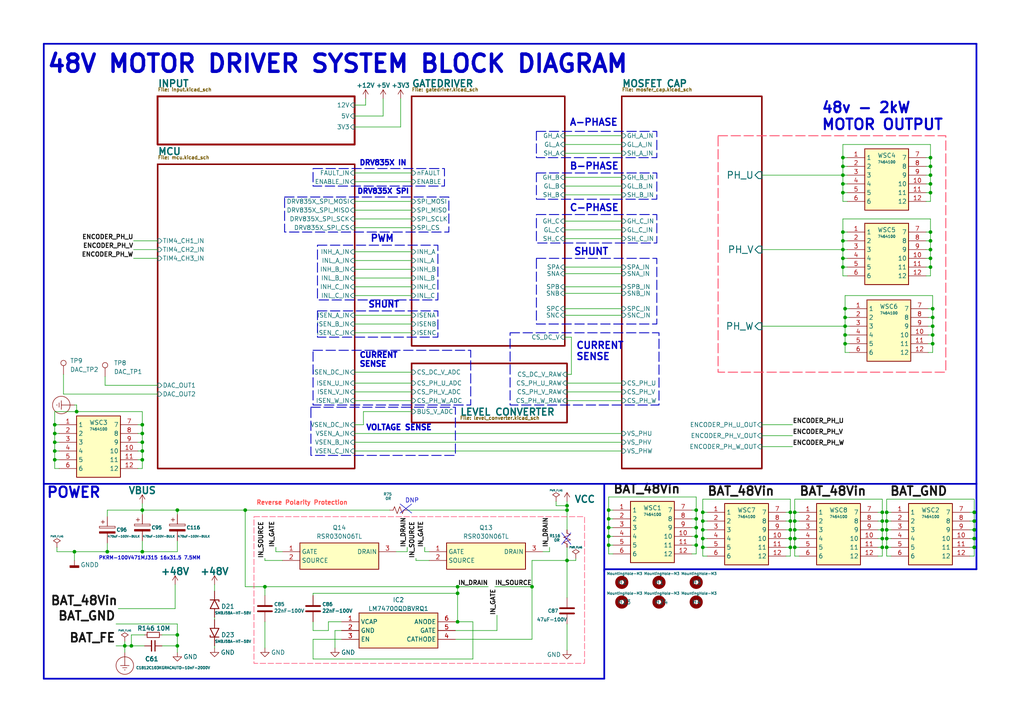
<source format=kicad_sch>
(kicad_sch (version 20230121) (generator eeschema)
  (paper "A4")
  (junction (at 244.475 74.93))
  (junction (at 257.175 153.67))
  (junction (at 269.875 45.72))
  (junction (at 31.115 160.02))
  (junction (at 230.505 158.75))
  (junction (at 229.235 158.75))
  (junction (at 15.875 133.35))
  (junction (at 21.59 160.02))
  (junction (at 41.275 128.27))
  (junction (at 255.905 148.59))
  (junction (at 282.575 156.21))
  (junction (at 203.835 153.67))
  (junction (at 41.275 123.19))
  (junction (at 38.1 187.325))
  (junction (at 255.905 158.75))
  (junction (at 132.715 172.085))
  (junction (at 51.435 147.955))
  (junction (at 230.505 148.59))
  (junction (at 269.875 50.8))
  (junction (at 255.905 151.13))
  (junction (at 257.175 148.59))
  (junction (at 71.12 147.955))
  (junction (at 269.875 72.39))
  (junction (at 164.465 146.685))
  (junction (at 229.235 148.59))
  (junction (at 176.53 147.955))
  (junction (at 15.875 125.73))
  (junction (at 229.235 153.67))
  (junction (at 51.435 187.325))
  (junction (at 257.175 151.13))
  (junction (at 132.715 180.34))
  (junction (at 269.875 74.93))
  (junction (at 154.305 170.18))
  (junction (at 230.505 153.67))
  (junction (at 132.715 170.18))
  (junction (at 164.465 162.56))
  (junction (at 270.51 97.155))
  (junction (at 270.51 89.535))
  (junction (at 269.875 48.26))
  (junction (at 201.93 147.955))
  (junction (at 244.475 50.8))
  (junction (at 76.835 170.18))
  (junction (at 244.475 69.85))
  (junction (at 255.905 156.21))
  (junction (at 282.575 151.13))
  (junction (at 230.505 156.21))
  (junction (at 257.175 156.21))
  (junction (at 245.11 92.075))
  (junction (at 41.275 147.955))
  (junction (at 15.875 130.81))
  (junction (at 51.435 184.15))
  (junction (at 22.225 119.38))
  (junction (at 41.275 125.73))
  (junction (at 244.475 53.34))
  (junction (at 15.875 128.27))
  (junction (at 255.905 153.67))
  (junction (at 244.475 48.26))
  (junction (at 176.53 153.035))
  (junction (at 41.275 160.02))
  (junction (at 245.11 99.695))
  (junction (at 176.53 158.115))
  (junction (at 245.11 97.155))
  (junction (at 269.875 77.47))
  (junction (at 269.875 55.88))
  (junction (at 41.275 130.81))
  (junction (at 270.51 99.695))
  (junction (at 201.93 150.495))
  (junction (at 269.875 67.31))
  (junction (at 282.575 148.59))
  (junction (at 244.475 55.88))
  (junction (at 176.53 150.495))
  (junction (at 244.475 77.47))
  (junction (at 230.505 151.13))
  (junction (at 201.93 155.575))
  (junction (at 245.11 94.615))
  (junction (at 245.11 89.535))
  (junction (at 176.53 155.575))
  (junction (at 203.835 156.21))
  (junction (at 282.575 153.67))
  (junction (at 203.835 148.59))
  (junction (at 229.235 156.21))
  (junction (at 244.475 72.39))
  (junction (at 41.275 133.35))
  (junction (at 269.875 53.34))
  (junction (at 244.475 67.31))
  (junction (at 270.51 94.615))
  (junction (at 201.93 153.035))
  (junction (at 270.51 92.075))
  (junction (at 257.175 158.75))
  (junction (at 244.475 45.72))
  (junction (at 164.465 147.955))
  (junction (at 203.835 151.13))
  (junction (at 15.875 123.19))
  (junction (at 201.93 158.115))
  (junction (at 203.835 158.75))
  (junction (at 229.235 151.13))
  (junction (at 269.875 69.85))
  (junction (at 282.575 158.75))
  (junction (at 36.195 187.325))
  (wire (pts (xy 244.475 55.88) (xy 245.745 55.88)))
  (wire (pts (xy 41.275 146.05) (xy 41.275 147.955)))
  (wire (pts (xy 269.875 48.26) (xy 269.875 50.8)))
  (wire (pts (xy 245.11 97.155) (xy 245.11 94.615)))
  (wire (pts (xy 71.12 147.955) (xy 113.03 147.955)))
  (wire (pts (xy 41.275 119.38) (xy 41.275 123.19)))
  (wire (pts (xy 41.275 130.81) (xy 41.275 133.35)))
  (wire (pts (xy 255.905 158.75) (xy 255.905 161.29)))
  (wire (pts (xy 258.445 161.29) (xy 257.175 161.29)))
  (wire (pts (xy 51.435 184.15) (xy 51.435 180.975)))
  (wire (pts (xy 254.635 148.59) (xy 255.905 148.59)))
  (wire (pts (xy 255.905 144.78) (xy 255.905 148.59)))
  (wire (pts (xy 163.83 89.535) (xy 180.34 89.535)))
  (wire (pts (xy 163.83 91.44) (xy 180.34 91.44)))
  (wire (pts (xy 227.965 158.75) (xy 229.235 158.75)))
  (wire (pts (xy 244.475 74.93) (xy 245.745 74.93)))
  (wire (pts (xy 255.905 156.21) (xy 255.905 158.75)))
  (wire (pts (xy 102.87 116.205) (xy 119.38 116.205)))
  (wire (pts (xy 80.01 160.02) (xy 81.915 160.02)))
  (wire (pts (xy 282.575 158.75) (xy 282.575 161.29)))
  (wire (pts (xy 50.8 169.545) (xy 50.8 176.53)))
  (wire (pts (xy 244.475 72.39) (xy 244.475 69.85)))
  (wire (pts (xy 102.87 83.185) (xy 119.38 83.185)))
  (wire (pts (xy 230.505 156.21) (xy 231.775 156.21)))
  (wire (pts (xy 164.465 180.975) (xy 164.465 188.595)))
  (wire (pts (xy 203.835 158.75) (xy 205.105 158.75)))
  (wire (pts (xy 102.87 73.025) (xy 119.38 73.025)))
  (wire (pts (xy 245.11 99.695) (xy 246.38 99.695)))
  (polyline (pts (xy 283.21 165.1) (xy 283.21 12.7)) (stroke (width 0.5)))
  (wire (pts (xy 245.745 58.42) (xy 244.475 58.42)))
  (wire (pts (xy 161.29 146.685) (xy 164.465 146.685)))
  (wire (pts (xy 21.59 117.475) (xy 22.225 117.475)))
  (wire (pts (xy 102.87 113.665) (xy 119.38 113.665)))
  (wire (pts (xy 245.11 89.535) (xy 245.11 85.725)))
  (wire (pts (xy 227.965 156.21) (xy 229.235 156.21)))
  (polyline (pts (xy 12.7 12.7) (xy 12.7 196.85)) (stroke (width 0.5)))
  (wire (pts (xy 230.505 148.59) (xy 230.505 144.78)))
  (wire (pts (xy 161.29 145.415) (xy 161.29 146.685)))
  (wire (pts (xy 269.24 97.155) (xy 270.51 97.155)))
  (wire (pts (xy 163.83 85.09) (xy 180.34 85.09)))
  (polyline (pts (xy 12.7 12.7) (xy 283.21 12.7)) (stroke (width 0.5)))
  (wire (pts (xy 257.175 158.75) (xy 258.445 158.75)))
  (wire (pts (xy 41.275 128.27) (xy 41.275 130.81)))
  (wire (pts (xy 176.53 155.575) (xy 177.8 155.575)))
  (wire (pts (xy 80.01 158.75) (xy 80.01 160.02)))
  (wire (pts (xy 176.53 147.955) (xy 177.8 147.955)))
  (wire (pts (xy 227.965 151.13) (xy 229.235 151.13)))
  (wire (pts (xy 245.11 97.155) (xy 246.38 97.155)))
  (wire (pts (xy 118.11 147.955) (xy 164.465 147.955)))
  (wire (pts (xy 269.875 77.47) (xy 269.875 80.01)))
  (wire (pts (xy 51.435 160.02) (xy 41.275 160.02)))
  (wire (pts (xy 164.465 145.415) (xy 164.465 146.685)))
  (wire (pts (xy 203.835 144.78) (xy 229.235 144.78)))
  (wire (pts (xy 163.83 83.185) (xy 180.34 83.185)))
  (polyline (pts (xy 175.26 140.335) (xy 283.21 140.335)) (stroke (width 0.5)))
  (wire (pts (xy 176.53 153.035) (xy 176.53 150.495)))
  (wire (pts (xy 245.745 80.01) (xy 244.475 80.01)))
  (wire (pts (xy 282.575 148.59) (xy 282.575 151.13)))
  (wire (pts (xy 46.99 187.325) (xy 51.435 187.325)))
  (wire (pts (xy 38.735 74.93) (xy 45.72 74.93)))
  (wire (pts (xy 102.87 111.125) (xy 119.38 111.125)))
  (wire (pts (xy 244.475 48.26) (xy 244.475 45.72)))
  (wire (pts (xy 282.575 151.13) (xy 282.575 153.67)))
  (wire (pts (xy 163.83 66.675) (xy 180.34 66.675)))
  (wire (pts (xy 163.83 44.45) (xy 180.34 44.45)))
  (wire (pts (xy 268.605 72.39) (xy 269.875 72.39)))
  (wire (pts (xy 132.08 185.42) (xy 154.305 185.42)))
  (wire (pts (xy 15.875 123.19) (xy 17.145 123.19)))
  (wire (pts (xy 270.51 89.535) (xy 270.51 92.075)))
  (wire (pts (xy 282.575 153.67) (xy 282.575 156.21)))
  (wire (pts (xy 203.835 148.59) (xy 203.835 144.78)))
  (wire (pts (xy 227.965 153.67) (xy 229.235 153.67)))
  (polyline (pts (xy 283.21 165.1) (xy 175.26 165.1)) (stroke (width 0.5)))
  (wire (pts (xy 154.305 162.56) (xy 164.465 162.56)))
  (wire (pts (xy 40.005 123.19) (xy 41.275 123.19)))
  (wire (pts (xy 164.465 111.125) (xy 180.34 111.125)))
  (wire (pts (xy 201.93 153.035) (xy 201.93 155.575)))
  (wire (pts (xy 41.275 135.89) (xy 40.005 135.89)))
  (wire (pts (xy 176.53 158.115) (xy 176.53 155.575)))
  (wire (pts (xy 268.605 45.72) (xy 269.875 45.72)))
  (wire (pts (xy 102.87 130.81) (xy 180.34 130.81)))
  (wire (pts (xy 229.235 161.29) (xy 227.965 161.29)))
  (wire (pts (xy 281.305 153.67) (xy 282.575 153.67)))
  (wire (pts (xy 15.875 128.27) (xy 15.875 125.73)))
  (wire (pts (xy 62.23 187.325) (xy 62.23 187.96)))
  (wire (pts (xy 31.115 160.02) (xy 41.275 160.02)))
  (wire (pts (xy 76.835 170.18) (xy 132.715 170.18)))
  (wire (pts (xy 220.98 129.54) (xy 229.87 129.54)))
  (wire (pts (xy 15.875 135.89) (xy 17.145 135.89)))
  (wire (pts (xy 95.25 182.88) (xy 95.25 180.34)))
  (wire (pts (xy 40.005 130.81) (xy 41.275 130.81)))
  (wire (pts (xy 269.875 55.88) (xy 269.875 58.42)))
  (wire (pts (xy 257.175 153.67) (xy 257.175 151.13)))
  (wire (pts (xy 268.605 67.31) (xy 269.875 67.31)))
  (wire (pts (xy 220.98 126.365) (xy 229.87 126.365)))
  (wire (pts (xy 40.005 128.27) (xy 41.275 128.27)))
  (wire (pts (xy 244.475 48.26) (xy 245.745 48.26)))
  (wire (pts (xy 30.48 111.76) (xy 45.72 111.76)))
  (wire (pts (xy 163.83 97.79) (xy 165.735 97.79)))
  (wire (pts (xy 201.93 147.955) (xy 201.93 150.495)))
  (wire (pts (xy 257.175 144.78) (xy 282.575 144.78)))
  (wire (pts (xy 15.875 135.89) (xy 15.875 133.35)))
  (wire (pts (xy 203.835 151.13) (xy 205.105 151.13)))
  (wire (pts (xy 154.305 162.56) (xy 154.305 170.18)))
  (wire (pts (xy 15.875 130.81) (xy 15.875 128.27)))
  (wire (pts (xy 282.575 156.21) (xy 282.575 158.75)))
  (wire (pts (xy 245.11 92.075) (xy 246.38 92.075)))
  (wire (pts (xy 105.41 123.19) (xy 105.41 119.38)))
  (wire (pts (xy 176.53 160.655) (xy 176.53 158.115)))
  (wire (pts (xy 176.53 150.495) (xy 177.8 150.495)))
  (wire (pts (xy 230.505 153.67) (xy 230.505 151.13)))
  (wire (pts (xy 268.605 77.47) (xy 269.875 77.47)))
  (wire (pts (xy 269.875 58.42) (xy 268.605 58.42)))
  (wire (pts (xy 203.835 148.59) (xy 205.105 148.59)))
  (wire (pts (xy 244.475 80.01) (xy 244.475 77.47)))
  (wire (pts (xy 220.98 72.39) (xy 244.475 72.39)))
  (wire (pts (xy 22.225 119.38) (xy 41.275 119.38)))
  (wire (pts (xy 230.505 148.59) (xy 231.775 148.59)))
  (wire (pts (xy 31.115 157.48) (xy 31.115 160.02)))
  (wire (pts (xy 38.1 184.15) (xy 38.1 187.325)))
  (wire (pts (xy 163.83 69.215) (xy 180.34 69.215)))
  (wire (pts (xy 165.735 108.585) (xy 164.465 108.585)))
  (wire (pts (xy 203.835 153.67) (xy 203.835 151.13)))
  (wire (pts (xy 102.87 58.42) (xy 119.38 58.42)))
  (wire (pts (xy 245.11 99.695) (xy 245.11 97.155)))
  (wire (pts (xy 231.775 161.29) (xy 230.505 161.29)))
  (wire (pts (xy 244.475 67.31) (xy 244.475 63.5)))
  (wire (pts (xy 269.875 80.01) (xy 268.605 80.01)))
  (polyline (pts (xy 175.26 140.335) (xy 12.7 140.335)) (stroke (width 0.5)))
  (wire (pts (xy 270.51 85.725) (xy 270.51 89.535)))
  (wire (pts (xy 41.275 156.845) (xy 41.275 160.02)))
  (wire (pts (xy 120.65 162.56) (xy 124.46 162.56)))
  (wire (pts (xy 15.875 119.38) (xy 22.225 119.38)))
  (wire (pts (xy 163.83 64.135) (xy 180.34 64.135)))
  (wire (pts (xy 102.87 33.655) (xy 111.125 33.655)))
  (wire (pts (xy 244.475 41.91) (xy 269.875 41.91)))
  (wire (pts (xy 244.475 63.5) (xy 269.875 63.5)))
  (wire (pts (xy 245.11 94.615) (xy 245.11 92.075)))
  (wire (pts (xy 21.59 160.02) (xy 21.59 162.56)))
  (wire (pts (xy 200.66 153.035) (xy 201.93 153.035)))
  (wire (pts (xy 36.195 187.325) (xy 38.1 187.325)))
  (wire (pts (xy 45.72 114.3) (xy 18.415 114.3)))
  (wire (pts (xy 255.905 161.29) (xy 254.635 161.29)))
  (wire (pts (xy 255.905 148.59) (xy 255.905 151.13)))
  (wire (pts (xy 220.98 123.19) (xy 229.87 123.19)))
  (wire (pts (xy 230.505 158.75) (xy 231.775 158.75)))
  (wire (pts (xy 244.475 53.34) (xy 244.475 50.8)))
  (wire (pts (xy 62.23 169.545) (xy 62.23 171.45)))
  (polyline (pts (xy 12.7 140.335) (xy 12.7 162.56)))
  (wire (pts (xy 163.83 53.975) (xy 180.34 53.975)))
  (wire (pts (xy 176.53 150.495) (xy 176.53 147.955)))
  (wire (pts (xy 282.575 144.78) (xy 282.575 148.59)))
  (wire (pts (xy 90.805 185.42) (xy 90.805 191.135)))
  (wire (pts (xy 106.045 30.48) (xy 106.045 28.575)))
  (wire (pts (xy 177.8 160.655) (xy 176.53 160.655)))
  (wire (pts (xy 163.83 56.515) (xy 180.34 56.515)))
  (wire (pts (xy 99.06 185.42) (xy 90.805 185.42)))
  (wire (pts (xy 123.19 160.02) (xy 124.46 160.02)))
  (wire (pts (xy 22.225 117.475) (xy 22.225 119.38)))
  (wire (pts (xy 159.385 158.75) (xy 159.385 160.02)))
  (wire (pts (xy 76.835 161.925) (xy 76.835 162.56)))
  (wire (pts (xy 268.605 50.8) (xy 269.875 50.8)))
  (wire (pts (xy 270.51 92.075) (xy 270.51 94.615)))
  (wire (pts (xy 164.465 146.685) (xy 164.465 147.955)))
  (wire (pts (xy 36.195 186.055) (xy 36.195 187.325)))
  (wire (pts (xy 164.465 158.75) (xy 164.465 162.56)))
  (wire (pts (xy 164.465 162.56) (xy 164.465 173.355)))
  (wire (pts (xy 244.475 69.85) (xy 245.745 69.85)))
  (wire (pts (xy 200.66 155.575) (xy 201.93 155.575)))
  (wire (pts (xy 201.93 158.115) (xy 201.93 160.655)))
  (wire (pts (xy 118.11 160.02) (xy 114.935 160.02)))
  (wire (pts (xy 51.435 187.325) (xy 51.435 184.15)))
  (wire (pts (xy 244.475 58.42) (xy 244.475 55.88)))
  (wire (pts (xy 203.835 151.13) (xy 203.835 148.59)))
  (wire (pts (xy 76.835 170.18) (xy 76.835 172.72)))
  (wire (pts (xy 40.005 133.35) (xy 41.275 133.35)))
  (wire (pts (xy 102.87 66.04) (xy 119.38 66.04)))
  (wire (pts (xy 281.305 148.59) (xy 282.575 148.59)))
  (wire (pts (xy 15.875 123.19) (xy 15.875 119.38)))
  (wire (pts (xy 244.475 74.93) (xy 244.475 72.39)))
  (wire (pts (xy 15.875 133.35) (xy 15.875 130.81)))
  (wire (pts (xy 33.655 187.325) (xy 36.195 187.325)))
  (wire (pts (xy 102.87 36.83) (xy 116.205 36.83)))
  (wire (pts (xy 230.505 151.13) (xy 230.505 148.59)))
  (wire (pts (xy 164.465 147.955) (xy 164.465 153.67)))
  (wire (pts (xy 270.51 102.235) (xy 269.24 102.235)))
  (wire (pts (xy 244.475 45.72) (xy 244.475 41.91)))
  (wire (pts (xy 102.87 128.27) (xy 180.34 128.27)))
  (wire (pts (xy 245.11 85.725) (xy 270.51 85.725)))
  (wire (pts (xy 46.99 184.15) (xy 51.435 184.15)))
  (wire (pts (xy 163.83 77.47) (xy 180.34 77.47)))
  (wire (pts (xy 102.87 30.48) (xy 106.045 30.48)))
  (wire (pts (xy 205.105 161.29) (xy 203.835 161.29)))
  (wire (pts (xy 270.51 94.615) (xy 270.51 97.155)))
  (wire (pts (xy 244.475 45.72) (xy 245.745 45.72)))
  (wire (pts (xy 269.875 72.39) (xy 269.875 74.93)))
  (wire (pts (xy 203.835 158.75) (xy 203.835 156.21)))
  (wire (pts (xy 41.275 147.955) (xy 41.275 149.225)))
  (wire (pts (xy 76.835 170.18) (xy 71.12 170.18)))
  (wire (pts (xy 176.53 155.575) (xy 176.53 153.035)))
  (wire (pts (xy 102.87 85.725) (xy 119.38 85.725)))
  (wire (pts (xy 200.66 158.115) (xy 201.93 158.115)))
  (wire (pts (xy 269.24 99.695) (xy 270.51 99.695)))
  (wire (pts (xy 269.875 74.93) (xy 269.875 77.47)))
  (wire (pts (xy 281.305 158.75) (xy 282.575 158.75)))
  (wire (pts (xy 230.505 151.13) (xy 231.775 151.13)))
  (wire (pts (xy 268.605 48.26) (xy 269.875 48.26)))
  (wire (pts (xy 15.875 125.73) (xy 17.145 125.73)))
  (wire (pts (xy 244.475 55.88) (xy 244.475 53.34)))
  (wire (pts (xy 159.385 160.02) (xy 157.48 160.02)))
  (wire (pts (xy 163.83 79.375) (xy 180.34 79.375)))
  (wire (pts (xy 269.875 50.8) (xy 269.875 53.34)))
  (wire (pts (xy 257.175 151.13) (xy 257.175 148.59)))
  (wire (pts (xy 176.53 158.115) (xy 177.8 158.115)))
  (wire (pts (xy 76.835 180.34) (xy 76.835 187.96)))
  (wire (pts (xy 167.005 161.925) (xy 167.005 162.56)))
  (wire (pts (xy 132.715 172.085) (xy 132.715 180.34)))
  (wire (pts (xy 268.605 69.85) (xy 269.875 69.85)))
  (wire (pts (xy 41.275 147.955) (xy 51.435 147.955)))
  (wire (pts (xy 95.25 180.34) (xy 99.06 180.34)))
  (wire (pts (xy 120.65 161.925) (xy 120.65 162.56)))
  (wire (pts (xy 38.735 72.39) (xy 45.72 72.39)))
  (wire (pts (xy 144.145 182.88) (xy 132.08 182.88)))
  (wire (pts (xy 102.87 91.44) (xy 119.38 91.44)))
  (wire (pts (xy 41.91 184.15) (xy 38.1 184.15)))
  (wire (pts (xy 132.715 172.085) (xy 90.805 172.085)))
  (polyline (pts (xy 175.26 196.85) (xy 175.26 140.335)) (stroke (width 0.5)))
  (wire (pts (xy 105.41 119.38) (xy 119.38 119.38)))
  (wire (pts (xy 40.005 125.73) (xy 41.275 125.73)))
  (wire (pts (xy 15.875 128.27) (xy 17.145 128.27)))
  (wire (pts (xy 154.305 170.18) (xy 154.305 185.42)))
  (wire (pts (xy 269.875 53.34) (xy 269.875 55.88)))
  (wire (pts (xy 229.235 144.78) (xy 229.235 148.59)))
  (wire (pts (xy 111.125 33.655) (xy 111.125 28.575)))
  (wire (pts (xy 254.635 158.75) (xy 255.905 158.75)))
  (wire (pts (xy 97.155 182.88) (xy 99.06 182.88)))
  (wire (pts (xy 203.835 156.21) (xy 203.835 153.67)))
  (wire (pts (xy 220.98 50.8) (xy 244.475 50.8)))
  (wire (pts (xy 270.51 97.155) (xy 270.51 99.695)))
  (wire (pts (xy 51.435 147.955) (xy 71.12 147.955)))
  (wire (pts (xy 15.875 130.81) (xy 17.145 130.81)))
  (wire (pts (xy 164.465 116.205) (xy 180.34 116.205)))
  (wire (pts (xy 201.93 150.495) (xy 201.93 153.035)))
  (wire (pts (xy 163.83 41.91) (xy 180.34 41.91)))
  (wire (pts (xy 227.965 148.59) (xy 229.235 148.59)))
  (wire (pts (xy 38.735 69.85) (xy 45.72 69.85)))
  (wire (pts (xy 244.475 50.8) (xy 244.475 48.26)))
  (wire (pts (xy 118.11 158.75) (xy 118.11 160.02)))
  (wire (pts (xy 282.575 161.29) (xy 281.305 161.29)))
  (wire (pts (xy 90.805 191.135) (xy 137.16 191.135)))
  (wire (pts (xy 31.115 147.955) (xy 41.275 147.955)))
  (wire (pts (xy 41.275 125.73) (xy 41.275 128.27)))
  (wire (pts (xy 36.195 189.23) (xy 36.195 187.325)))
  (wire (pts (xy 132.715 180.34) (xy 137.16 180.34)))
  (wire (pts (xy 229.235 151.13) (xy 229.235 153.67)))
  (wire (pts (xy 269.875 45.72) (xy 269.875 48.26)))
  (wire (pts (xy 21.59 160.02) (xy 31.115 160.02)))
  (wire (pts (xy 41.275 123.19) (xy 41.275 125.73)))
  (wire (pts (xy 257.175 148.59) (xy 258.445 148.59)))
  (wire (pts (xy 16.51 160.02) (xy 21.59 160.02)))
  (wire (pts (xy 90.805 182.88) (xy 95.25 182.88)))
  (wire (pts (xy 176.53 153.035) (xy 177.8 153.035)))
  (wire (pts (xy 51.435 156.845) (xy 51.435 160.02)))
  (wire (pts (xy 229.235 158.75) (xy 229.235 161.29)))
  (wire (pts (xy 102.87 60.96) (xy 119.38 60.96)))
  (wire (pts (xy 268.605 74.93) (xy 269.875 74.93)))
  (wire (pts (xy 255.905 151.13) (xy 255.905 153.67)))
  (wire (pts (xy 102.87 80.645) (xy 119.38 80.645)))
  (wire (pts (xy 269.24 92.075) (xy 270.51 92.075)))
  (wire (pts (xy 102.87 50.165) (xy 119.38 50.165)))
  (wire (pts (xy 201.93 144.145) (xy 201.93 147.955)))
  (wire (pts (xy 102.87 123.19) (xy 105.41 123.19)))
  (wire (pts (xy 102.87 63.5) (xy 119.38 63.5)))
  (wire (pts (xy 51.435 189.23) (xy 51.435 187.325)))
  (wire (pts (xy 257.175 161.29) (xy 257.175 158.75)))
  (wire (pts (xy 244.475 53.34) (xy 245.745 53.34)))
  (wire (pts (xy 200.66 150.495) (xy 201.93 150.495)))
  (wire (pts (xy 76.835 162.56) (xy 81.915 162.56)))
  (wire (pts (xy 144.145 178.435) (xy 144.145 182.88)))
  (wire (pts (xy 230.505 144.78) (xy 255.905 144.78)))
  (wire (pts (xy 102.87 52.705) (xy 119.38 52.705)))
  (wire (pts (xy 15.875 133.35) (xy 17.145 133.35)))
  (wire (pts (xy 201.93 160.655) (xy 200.66 160.655)))
  (wire (pts (xy 102.87 96.52) (xy 119.38 96.52)))
  (wire (pts (xy 269.875 69.85) (xy 269.875 72.39)))
  (wire (pts (xy 244.475 72.39) (xy 245.745 72.39)))
  (wire (pts (xy 33.655 180.975) (xy 51.435 180.975)))
  (wire (pts (xy 71.12 147.955) (xy 71.12 170.18)))
  (wire (pts (xy 257.175 151.13) (xy 258.445 151.13)))
  (wire (pts (xy 244.475 69.85) (xy 244.475 67.31)))
  (wire (pts (xy 41.275 133.35) (xy 41.275 135.89)))
  (wire (pts (xy 229.235 156.21) (xy 229.235 158.75)))
  (wire (pts (xy 245.11 94.615) (xy 246.38 94.615)))
  (polyline (pts (xy 12.7 196.85) (xy 175.26 196.85)) (stroke (width 0.5)))
  (wire (pts (xy 269.24 94.615) (xy 270.51 94.615)))
  (wire (pts (xy 31.115 147.955) (xy 31.115 149.86)))
  (wire (pts (xy 51.435 147.955) (xy 51.435 149.225)))
  (wire (pts (xy 102.87 107.95) (xy 119.38 107.95)))
  (wire (pts (xy 230.505 161.29) (xy 230.505 158.75)))
  (wire (pts (xy 257.175 156.21) (xy 257.175 153.67)))
  (wire (pts (xy 97.155 187.96) (xy 97.155 182.88)))
  (polyline (pts (xy 175.26 165.1) (xy 175.26 165.735)) (stroke (width 0.5)))
  (wire (pts (xy 30.48 109.22) (xy 30.48 111.76)))
  (wire (pts (xy 257.175 153.67) (xy 258.445 153.67)))
  (wire (pts (xy 102.87 93.98) (xy 119.38 93.98)))
  (wire (pts (xy 132.715 170.18) (xy 141.605 170.18)))
  (wire (pts (xy 281.305 156.21) (xy 282.575 156.21)))
  (wire (pts (xy 254.635 156.21) (xy 255.905 156.21)))
  (wire (pts (xy 269.875 63.5) (xy 269.875 67.31)))
  (wire (pts (xy 257.175 158.75) (xy 257.175 156.21)))
  (wire (pts (xy 167.005 162.56) (xy 164.465 162.56)))
  (wire (pts (xy 245.11 92.075) (xy 245.11 89.535)))
  (wire (pts (xy 254.635 151.13) (xy 255.905 151.13)))
  (wire (pts (xy 38.1 187.325) (xy 41.91 187.325)))
  (wire (pts (xy 15.875 125.73) (xy 15.875 123.19)))
  (wire (pts (xy 102.87 78.105) (xy 119.38 78.105)))
  (wire (pts (xy 281.305 151.13) (xy 282.575 151.13)))
  (wire (pts (xy 203.835 156.21) (xy 205.105 156.21)))
  (wire (pts (xy 269.875 67.31) (xy 269.875 69.85)))
  (wire (pts (xy 268.605 53.34) (xy 269.875 53.34)))
  (wire (pts (xy 123.19 158.75) (xy 123.19 160.02)))
  (wire (pts (xy 62.23 179.07) (xy 62.23 179.705)))
  (wire (pts (xy 229.235 148.59) (xy 229.235 151.13)))
  (wire (pts (xy 102.87 125.73) (xy 180.34 125.73)))
  (wire (pts (xy 137.16 180.34) (xy 137.16 191.135)))
  (wire (pts (xy 229.235 153.67) (xy 229.235 156.21)))
  (wire (pts (xy 163.83 39.37) (xy 180.34 39.37)))
  (wire (pts (xy 16.51 158.75) (xy 16.51 160.02)))
  (wire (pts (xy 230.505 153.67) (xy 231.775 153.67)))
  (wire (pts (xy 102.87 75.565) (xy 119.38 75.565)))
  (wire (pts (xy 269.875 41.91) (xy 269.875 45.72)))
  (wire (pts (xy 230.505 158.75) (xy 230.505 156.21)))
  (wire (pts (xy 244.475 67.31) (xy 245.745 67.31)))
  (wire (pts (xy 245.11 102.235) (xy 245.11 99.695)))
  (wire (pts (xy 246.38 102.235) (xy 245.11 102.235)))
  (wire (pts (xy 257.175 148.59) (xy 257.175 144.78)))
  (wire (pts (xy 244.475 50.8) (xy 245.745 50.8)))
  (wire (pts (xy 244.475 77.47) (xy 245.745 77.47)))
  (wire (pts (xy 203.835 153.67) (xy 205.105 153.67)))
  (wire (pts (xy 90.805 180.34) (xy 90.805 182.88)))
  (wire (pts (xy 268.605 55.88) (xy 269.875 55.88)))
  (wire (pts (xy 254.635 153.67) (xy 255.905 153.67)))
  (wire (pts (xy 164.465 113.665) (xy 180.34 113.665)))
  (wire (pts (xy 132.715 170.18) (xy 132.715 172.085)))
  (wire (pts (xy 176.53 147.955) (xy 176.53 144.145)))
  (wire (pts (xy 143.51 170.18) (xy 154.305 170.18)))
  (wire (pts (xy 176.53 144.145) (xy 201.93 144.145)))
  (wire (pts (xy 163.83 51.435) (xy 180.34 51.435)))
  (wire (pts (xy 245.11 89.535) (xy 246.38 89.535)))
  (wire (pts (xy 255.905 153.67) (xy 255.905 156.21)))
  (wire (pts (xy 90.805 172.085) (xy 90.805 172.72)))
  (wire (pts (xy 257.175 156.21) (xy 258.445 156.21)))
  (wire (pts (xy 203.835 161.29) (xy 203.835 158.75)))
  (wire (pts (xy 220.98 94.615) (xy 245.11 94.615)))
  (wire (pts (xy 244.475 77.47) (xy 244.475 74.93)))
  (wire (pts (xy 269.24 89.535) (xy 270.51 89.535)))
  (wire (pts (xy 200.66 147.955) (xy 201.93 147.955)))
  (wire (pts (xy 270.51 99.695) (xy 270.51 102.235)))
  (wire (pts (xy 165.735 97.79) (xy 165.735 108.585)))
  (wire (pts (xy 116.205 36.83) (xy 116.205 28.575)))
  (wire (pts (xy 230.505 156.21) (xy 230.505 153.67)))
  (wire (pts (xy 18.415 114.3) (xy 18.415 108.585)))
  (wire (pts (xy 132.08 180.34) (xy 132.715 180.34)))
  (wire (pts (xy 201.93 155.575) (xy 201.93 158.115)))
  (wire (pts (xy 34.29 176.53) (xy 50.8 176.53)))
  (rectangle (start 90.805 48.895) (end 128.905 53.975) (stroke (width 0.25) (type dash)))
  (rectangle (start 155.575 38.1) (end 190.5 45.72) (stroke (width 0.25) (type dash)))
  (rectangle (start 155.575 50.165) (end 190.5 57.785) (stroke (width 0.25) (type dash)))
  (rectangle (start 90.805 101.6) (end 136.525 117.475) (stroke (width 0.25) (type dash)))
  (rectangle (start 73.66 149.86) (end 169.545 192.405) (stroke (width 0) (type dash) (color 255 49 93 1)))
  (rectangle (start 92.075 90.17) (end 127 97.79) (stroke (width 0.25) (type dash)))
  (rectangle (start 90.17 118.11) (end 132.08 132.08) (stroke (width 0.25) (type dash)))
  (rectangle (start 147.955 96.52) (end 191.135 117.475) (stroke (width 0.25) (type dash)))
  (rectangle (start 82.55 57.15) (end 130.175 67.31) (stroke (width 0.25) (type dash)))
  (rectangle (start 92.075 71.12) (end 127 86.995) (stroke (width 0.25) (type dash)))
  (rectangle (start 155.575 74.93) (end 190.5 93.98) (stroke (width 0.25) (type dash)))
  (rectangle (start 155.575 62.23) (end 190.5 70.485) (stroke (width 0.25) (type dash)))
  (rectangle (start 208.28 39.37) (end 274.32 107.95) (stroke (width 0.25) (type dash) (color 255 67 98 1)))
  (text "SHUNT" (at 166.37 74.295 0) (effects (font (size 2 2) (thickness 0.4) bold) (justify left bottom)))
  (text "CURRENT \nSENSE" (at 104.14 106.68 0) (effects (font (size 1.6 1.6) (thickness 0.4) bold) (justify left bottom)))
  (text "B-PHASE\n" (at 165.1 49.53 0) (effects (font (size 2 2) (thickness 0.4) bold) (justify left bottom)))
  (text "DRV835X IN\n" (at 104.14 48.26 0) (effects (font (size 1.5 1.5) (thickness 0.4) bold) (justify left bottom)))
  (text "A-PHASE\n" (at 165.1 36.83 0) (effects (font (size 2 2) (thickness 0.4) bold) (justify left bottom)))
  (text "SHUNT" (at 106.68 89.535 0) (effects (font (size 1.8 1.8) (thickness 0.4) bold) (justify left bottom)))
  (text "Reverse Polarity Protection" (at 74.295 146.685 0) (effects (font (size 1.27 1.27) bold) (justify left bottom)))
  (text "PKRM-100V471MJ315 16x31.5 7.5MM" (at 28.575 162.56 0) (effects (font (size 1.016 1.016) bold) (justify left bottom)))
  (text "PWM\n" (at 107.315 70.485 0) (effects (font (size 2 2) (thickness 0.4) bold) (justify left bottom)))
  (text "DRV835X SPI\n" (at 103.505 56.515 0) (effects (font (size 1.5 1.5) (thickness 0.4) bold) (justify left bottom)))
  (text "VOLTAGE SENSE" (at 106.045 125.095 0) (effects (font (size 1.6 1.6) (thickness 0.4) bold) (justify left bottom)))
  (text "48v - 2kW\nMOTOR OUTPUT" (at 238.125 38.1 0) (effects (font (size 3.048 3.048) bold) (justify left bottom)))
  (text "x" (at 120.015 149.86 90) (effects (font (size 5 5)) (justify left bottom)))
  (text "POWER" (at 13.335 144.78 0) (effects (font (size 3 3) bold) (justify left bottom)))
  (text "C-PHASE\n" (at 165.1 61.595 0) (effects (font (size 2 2) (thickness 0.4) bold) (justify left bottom)))
  (text "CURRENT\nSENSE" (at 167.005 104.775 0) (effects (font (size 2 2) (thickness 0.4) bold) (justify left bottom)))
  (text "48V MOTOR DRIVER SYSTEM BLOCK DIAGRAM" (at 13.335 21.59 0) (effects (font (size 5 5) bold) (justify left bottom)))
  (text "x" (at 166.37 158.75 0) (effects (font (size 5 5)) (justify right bottom)))
  (text "DNP\n" (at 117.475 146.05 0) (effects (font (size 1.27 1.27)) (justify left bottom)))
  (label "ENCODER_PH_U" (at 229.87 123.19 0) (effects (font bold)))
  (label "ENCODER_PH_V" (at 38.735 72.39 180) (effects (font bold)))
  (label "IN_GATE" (at 123.19 158.75 90) (effects (font bold)))
  (label "IN_SOURCE" (at 143.51 170.18 0) (effects (font bold)))
  (label "IN_DRAIN" (at 118.11 158.75 90) (effects (font bold)))
  (label "BAT_48Vin" (at 251.46 144.78 180) (effects (font (size 2.54 2.54) bold)))
  (label "ENCODER_PH_V" (at 229.87 126.365 0) (effects (font bold)))
  (label "IN_SOURCE" (at 120.65 161.925 90) (effects (font bold)))
  (label "BAT_48Vin" (at 197.485 144.145 180) (effects (font (size 2.54 2.54) bold)))
  (label "BAT_48Vin" (at 224.79 144.78 180) (effects (font (size 2.54 2.54) bold)))
  (label "IN_GATE" (at 80.01 158.75 90) (effects (font bold)))
  (label "IN_SOURCE" (at 76.835 161.925 90) (effects (font bold)))
  (label "ENCODER_PH_U" (at 38.735 69.85 180) (effects (font bold)))
  (label "BAT_GND" (at 33.655 180.975 180) (effects (font (size 2.54 2.54) bold)))
  (label "BAT_FE" (at 33.655 187.325 180) (effects (font (size 2.54 2.54) bold)))
  (label "BAT_48Vin" (at 34.29 176.53 180) (effects (font (size 2.54 2.54) bold)))
  (label "IN_DRAIN" (at 141.605 170.18 180) (effects (font bold)))
  (label "IN_GATE" (at 144.145 178.435 90) (effects (font bold)))
  (label "ENCODER_PH_W" (at 229.87 129.54 0) (effects (font bold)))
  (label "BAT_GND" (at 274.955 144.78 180) (effects (font (size 2.54 2.54) bold)))
  (label "ENCODER_PH_W" (at 38.735 74.93 180) (effects (font bold)))
  (label "IN_DRAIN" (at 159.385 158.75 90) (effects (font bold)))
  (symbol (lib_id "7464100:7464100") (at 205.105 148.59 0) (unit 1)
    (property "Reference" "WSC7" (at 216.535 147.955 0))
    (property "Value" "7464100" (at 216.535 149.86 0) (effects (font (size 0.762 0.762) bold)))
    (property "Footprint" "7464100:7464100" (effects hide))
    (property "Datasheet" "https://www.mouser.com/datasheet/2/445/7464100-1770897.pdf" (effects hide))
    (property "Height" "18.1" (effects hide))
    (property "Manufacturer_Name" "Wurth Elektronik" (effects hide))
    (property "Manufacturer_Part_Number" "7464100" (effects hide))
    (property "Mouser Part Number" "710-7464100" (effects hide))
    (property "Mouser Price/Stock" "https://www.mouser.co.uk/ProductDetail/Wurth-Elektronik/7464100?qs=vHuUswq2%252BszjGOqwiN7d3A%3D%3D" (effects hide))
  )
  (symbol (lib_id "RSR030N06TL:RSR030N06TL") (at 81.915 160.02 0) (unit 1)
    (property "Reference" "Q14" (at 98.425 153.035 0))
    (property "Value" "RSR030N06TL" (at 98.425 155.575 0))
    (property "Footprint" "RSR030N06TL:SOT95P280X100-3N" (effects hide))
    (property "Datasheet" "https://componentsearchengine.com/Datasheets/2/RSR030N06TL.pdf" (effects hide))
    (property "Height" "1" (effects hide))
    (property "Manufacturer_Name" "ROHM Semiconductor" (effects hide))
    (property "Manufacturer_Part_Number" "RSR030N06TL" (effects hide))
    (property "Mouser Part Number" "755-RSR030N06TL" (effects hide))
    (property "Mouser Price/Stock" "https://www.mouser.co.uk/ProductDetail/ROHM-Semiconductor/RSR030N06TL?qs=IJ4m%2FCjbxWdiJZ8P04EcTQ%3D%3D" (effects hide))
  )
  (symbol (lib_id "Connector:TestPoint") (at 18.415 108.585 0) (unit 1)
    (property "Reference" "TP9" (at 20.32 104.648 0) (effects (justify left)))
    (property "Value" "DAC_TP2" (at 20.32 107.188 0) (effects (justify left)))
    (property "Footprint" "TestPoint:TestPoint_THTPad_2.5x2.5mm_Drill1.2mm" (effects hide))
  )
  (symbol (lib_id "Mechanical:MountingHole") (at 180.34 174.625 0) (unit 1)
    (property "Reference" "H23" (at 179.07 174.625 0) (effects (justify left)))
    (property "Value" "MountingHole-M3" (at 175.895 172.085 0) (effects (font (size 0.762 0.762) bold) (justify left)))
    (property "Footprint" "MountingHole:MountingHole_3.2mm_M3" (effects hide))
  )
  (symbol (lib_id "7464100:7464100") (at 245.745 45.72 0) (unit 1)
    (property "Reference" "WSC4" (at 257.175 45.085 0))
    (property "Value" "7464100" (at 257.175 46.99 0) (effects (font (size 0.762 0.762) bold)))
    (property "Footprint" "7464100:7464100" (effects hide))
    (property "Datasheet" "https://www.mouser.com/datasheet/2/445/7464100-1770897.pdf" (effects hide))
    (property "Height" "18.1" (effects hide))
    (property "Manufacturer_Name" "Wurth Elektronik" (effects hide))
    (property "Manufacturer_Part_Number" "7464100" (effects hide))
    (property "Mouser Part Number" "710-7464100" (effects hide))
    (property "Mouser Price/Stock" "https://www.mouser.co.uk/ProductDetail/Wurth-Elektronik/7464100?qs=vHuUswq2%252BszjGOqwiN7d3A%3D%3D" (effects hide))
  )
  (symbol (lib_id "Device:R_Small_US") (at 164.465 156.21 180) (unit 1)
    (property "Reference" "R116" (at 162.56 154.94 0) (effects (font (size 0.8 0.8)) (justify left bottom)))
    (property "Value" "0R" (at 160.655 156.21 0) (effects (font (size 0.8 0.8)) (justify right bottom)))
    (property "Footprint" "Resistor_SMD:R_1206_3216Metric_Pad1.30x1.75mm_HandSolder" (effects hide))
  )
  (symbol (lib_id "power:+12V") (at 106.045 28.575 0) (unit 1)
    (property "Reference" "#PWR0146" (effects hide))
    (property "Value" "+12V" (at 106.045 24.765 0) (effects (font bold)))
  )
  (symbol (lib_id "Device:C_Polarized") (at 31.115 153.67 0) (unit 1)
    (property "Reference" "C96" (at 33.655 153.67 0) (effects (font (size 1 1) bold) (justify left)))
    (property "Value" "470uF-100V-BULK" (at 31.115 155.575 0) (effects (font (size 0.635 0.635) bold) (justify left)))
    (property "Footprint" "Capacitor_THT:C_Radial_D16.0mm_H25.0mm_P7.50mm" (effects hide))
    (property "Datasheet" "https://www.ozdisan.com/pasif-komponentler/kapasitorler/aluminyum-kapasitorler/PKRM-100V471MJ315/30435" (effects hide))
  )
  (symbol (lib_id "7464100:7464100") (at 246.38 89.535 0) (unit 1)
    (property "Reference" "WSC6" (at 257.81 88.9 0))
    (property "Value" "7464100" (at 257.81 90.805 0) (effects (font (size 0.762 0.762) bold)))
    (property "Footprint" "7464100:7464100" (effects hide))
    (property "Datasheet" "https://www.mouser.com/datasheet/2/445/7464100-1770897.pdf" (effects hide))
    (property "Height" "18.1" (effects hide))
    (property "Manufacturer_Name" "Wurth Elektronik" (effects hide))
    (property "Manufacturer_Part_Number" "7464100" (effects hide))
    (property "Mouser Part Number" "710-7464100" (effects hide))
    (property "Mouser Price/Stock" "https://www.mouser.co.uk/ProductDetail/Wurth-Elektronik/7464100?qs=vHuUswq2%252BszjGOqwiN7d3A%3D%3D" (effects hide))
  )
  (symbol (lib_id "power:GND") (at 62.23 187.96 0) (unit 1)
    (property "Reference" "#PWR0147" (effects hide))
    (property "Value" "GND" (at 66.04 189.23 0))
  )
  (symbol (lib_id "LM74700QDBVRQ1:LM74700QDBVRQ1") (at 99.06 180.34 0) (unit 1)
    (property "Reference" "IC2" (at 115.57 173.99 0))
    (property "Value" "LM74700QDBVRQ1" (at 115.57 176.53 0))
    (property "Footprint" "LM74700QDBVRQ1:SOT95P280X145-6N" (effects hide))
    (property "Datasheet" "http://www.ti.com/lit/gpn/LM74700-Q1" (effects hide))
    (property "Height" "1.45" (effects hide))
    (property "Manufacturer_Name" "Texas Instruments" (effects hide))
    (property "Manufacturer_Part_Number" "LM74700QDBVRQ1" (effects hide))
    (property "Mouser Part Number" "595-LM74700QDBVRQ1" (effects hide))
    (property "Mouser Price/Stock" "https://www.mouser.co.uk/ProductDetail/Texas-Instruments/LM74700QDBVRQ1?qs=j%252B1pi9TdxUYjAZhGV8eSkQ%3D%3D" (effects hide))
    (property "Arrow Part Number" "LM74700QDBVRQ1" (effects hide))
    (property "Arrow Price/Stock" "https://www.arrow.com/en/products/lm74700qdbvrq1/texas-instruments?region=nac" (effects hide))
  )
  (symbol (lib_id "power:PWR_FLAG") (at 161.29 145.415 0) (unit 1)
    (property "Reference" "#FLG08" (effects hide))
    (property "Value" "PWR_FLAG" (at 161.29 142.24 0) (effects (font (size 0.5 0.5))))
  )
  (symbol (lib_id "power:VBUS") (at 41.275 146.05 0) (mirror y) (unit 1)
    (property "Reference" "#PWR0138" (effects hide))
    (property "Value" "VBUS" (at 41.275 142.24 0) (effects (font (size 2 2) bold)))
  )
  (symbol (lib_id "power:+5V") (at 111.125 28.575 0) (unit 1)
    (property "Reference" "#PWR027" (effects hide))
    (property "Value" "+5V" (at 111.125 24.765 0) (effects (font bold)))
  )
  (symbol (lib_id "power:GND") (at 51.435 189.23 0) (unit 1)
    (property "Reference" "#PWR0212" (effects hide))
    (property "Value" "GND" (at 55.245 190.5 0))
  )
  (symbol (lib_id "Device:C") (at 164.465 177.165 0) (unit 1)
    (property "Reference" "C87" (at 158.75 177.165 0) (effects (font (size 1 1) bold) (justify left)))
    (property "Value" "47uF-100V" (at 155.575 179.705 0) (effects (font (size 1 1) bold) (justify left)))
    (property "Footprint" "Capacitor_SMD:C_1206_3216Metric_Pad1.33x1.80mm_HandSolder" (effects hide))
  )
  (symbol (lib_id "Mechanical:MountingHole") (at 180.34 168.91 0) (unit 1)
    (property "Reference" "H2" (at 179.07 168.91 0) (effects (justify left)))
    (property "Value" "MountingHole-M3" (at 175.895 166.37 0) (effects (font (size 0.762 0.762) bold) (justify left)))
    (property "Footprint" "MountingHole:MountingHole_3.2mm_M3" (effects hide))
  )
  (symbol (lib_id "RSR030N06TL:RSR030N06TL") (at 124.46 160.02 0) (unit 1)
    (property "Reference" "Q13" (at 140.97 153.035 0))
    (property "Value" "RSR030N06TL" (at 140.97 155.575 0))
    (property "Footprint" "RSR030N06TL:SOT95P280X100-3N" (effects hide))
    (property "Datasheet" "https://componentsearchengine.com/Datasheets/2/RSR030N06TL.pdf" (effects hide))
    (property "Height" "1" (effects hide))
    (property "Manufacturer_Name" "ROHM Semiconductor" (effects hide))
    (property "Manufacturer_Part_Number" "RSR030N06TL" (effects hide))
    (property "Mouser Part Number" "755-RSR030N06TL" (effects hide))
    (property "Mouser Price/Stock" "https://www.mouser.co.uk/ProductDetail/ROHM-Semiconductor/RSR030N06TL?qs=IJ4m%2FCjbxWdiJZ8P04EcTQ%3D%3D" (effects hide))
  )
  (symbol (lib_id "Connector:TestPoint") (at 30.48 109.22 0) (unit 1)
    (property "Reference" "TP8" (at 33.02 105.283 0) (effects (justify left)))
    (property "Value" "DAC_TP1" (at 33.02 107.823 0) (effects (justify left)))
    (property "Footprint" "TestPoint:TestPoint_THTPad_2.5x2.5mm_Drill1.2mm" (effects hide))
  )
  (symbol (lib_id "Mechanical:MountingHole") (at 191.135 174.625 0) (unit 1)
    (property "Reference" "H24" (at 189.865 174.625 0) (effects (justify left)))
    (property "Value" "MountingHole-M3" (at 186.69 172.085 0) (effects (font (size 0.762 0.762) bold) (justify left)))
    (property "Footprint" "MountingHole:MountingHole_3.2mm_M3" (effects hide))
  )
  (symbol (lib_id "power:Earth_Protective") (at 36.195 189.23 0) (unit 1)
    (property "Reference" "#PWR031" (effects hide))
    (property "Value" "Earth_Protective" (effects hide))
  )
  (symbol (lib_id "Device:C") (at 90.805 176.53 0) (unit 1)
    (property "Reference" "C86" (at 93.345 175.26 0) (effects (font (size 1 1) bold) (justify left)))
    (property "Value" "22nF-100V" (at 93.345 177.165 0) (effects (font (size 1 1) bold) (justify left)))
    (property "Footprint" "Capacitor_SMD:C_1206_3216Metric_Pad1.33x1.80mm_HandSolder" (effects hide))
  )
  (symbol (lib_id "Device:R_Small") (at 44.45 184.15 90) (mirror x) (unit 1)
    (property "Reference" "R146" (at 45.085 182.245 90) (effects (font bold) (justify left)))
    (property "Value" "10M" (at 49.53 182.245 90) (effects (font bold) (justify left)))
    (property "Footprint" "Resistor_SMD:R_1206_3216Metric_Pad1.30x1.75mm_HandSolder" (effects hide))
  )
  (symbol (lib_id "power:PWR_FLAG") (at 36.195 186.055 0) (unit 1)
    (property "Reference" "#FLG014" (effects hide))
    (property "Value" "PWR_FLAG" (at 36.195 182.88 0) (effects (font (size 0.5 0.5))))
  )
  (symbol (lib_id "Device:R_Small_US") (at 115.57 147.955 90) (unit 1)
    (property "Reference" "R75" (at 113.665 142.875 90) (effects (font (size 0.8 0.8)) (justify left bottom)))
    (property "Value" "0R" (at 111.76 144.145 90) (effects (font (size 0.8 0.8)) (justify right bottom)))
    (property "Footprint" "Resistor_SMD:R_1206_3216Metric_Pad1.30x1.75mm_HandSolder" (effects hide))
  )
  (symbol (lib_id "7464100:7464100") (at 177.8 147.955 0) (unit 1)
    (property "Reference" "WSC1" (at 189.23 147.32 0))
    (property "Value" "7464100" (at 189.23 149.225 0) (effects (font (size 0.762 0.762) bold)))
    (property "Footprint" "7464100:7464100" (effects hide))
    (property "Datasheet" "https://www.mouser.com/datasheet/2/445/7464100-1770897.pdf" (effects hide))
    (property "Height" "18.1" (effects hide))
    (property "Manufacturer_Name" "Wurth Elektronik" (effects hide))
    (property "Manufacturer_Part_Number" "7464100" (effects hide))
    (property "Mouser Part Number" "710-7464100" (effects hide))
    (property "Mouser Price/Stock" "https://www.mouser.co.uk/ProductDetail/Wurth-Elektronik/7464100?qs=vHuUswq2%252BszjGOqwiN7d3A%3D%3D" (effects hide))
  )
  (symbol (lib_id "power:VCC") (at 164.465 145.415 0) (unit 1)
    (property "Reference" "#PWR01" (effects hide))
    (property "Value" "VCC" (at 166.37 144.78 0) (effects (font (size 2 2) bold) (justify left)))
  )
  (symbol (lib_id "7464100:7464100") (at 231.775 148.59 0) (unit 1)
    (property "Reference" "WSC8" (at 243.205 147.955 0))
    (property "Value" "7464100" (at 243.205 149.86 0) (effects (font (size 0.762 0.762) bold)))
    (property "Footprint" "7464100:7464100" (effects hide))
    (property "Datasheet" "https://www.mouser.com/datasheet/2/445/7464100-1770897.pdf" (effects hide))
    (property "Height" "18.1" (effects hide))
    (property "Manufacturer_Name" "Wurth Elektronik" (effects hide))
    (property "Manufacturer_Part_Number" "7464100" (effects hide))
    (property "Mouser Part Number" "710-7464100" (effects hide))
    (property "Mouser Price/Stock" "https://www.mouser.co.uk/ProductDetail/Wurth-Elektronik/7464100?qs=vHuUswq2%252BszjGOqwiN7d3A%3D%3D" (effects hide))
  )
  (symbol (lib_id "Device:C") (at 76.835 176.53 0) (unit 1)
    (property "Reference" "C85" (at 79.375 175.26 0) (effects (font (size 1 1) bold) (justify left)))
    (property "Value" "22nF-100V" (at 79.375 177.165 0) (effects (font (size 1 1) bold) (justify left)))
    (property "Footprint" "Capacitor_SMD:C_1206_3216Metric_Pad1.33x1.80mm_HandSolder" (effects hide))
  )
  (symbol (lib_id "power:PWR_FLAG") (at 167.005 161.925 0) (unit 1)
    (property "Reference" "#FLG022" (effects hide))
    (property "Value" "PWR_FLAG" (at 167.005 158.75 0) (effects (font (size 0.5 0.5))))
  )
  (symbol (lib_id "Diode:SM6T6V8A") (at 62.23 175.26 270) (unit 1)
    (property "Reference" "D21" (at 64.135 175.895 90) (effects (justify left)))
    (property "Value" "SMBJ58A-HT-58V" (at 62.23 177.8 90) (effects (font (size 0.762 0.762) bold) (justify left)))
    (property "Footprint" "Diode_SMD:D_SMB" (effects hide))
    (property "Datasheet" "https://ozdisan.com/guc-yari-iletkenleri/diyotlar-modul-diyotlar-ve-dogrultucular/tvs-diyotlar/SMBJ58A-E352/465532" (effects hide))
  )
  (symbol (lib_id "7464100:7464100") (at 245.745 67.31 0) (unit 1)
    (property "Reference" "WSC5" (at 257.175 66.675 0))
    (property "Value" "7464100" (at 257.175 68.58 0) (effects (font (size 0.762 0.762) bold)))
    (property "Footprint" "7464100:7464100" (effects hide))
    (property "Datasheet" "https://www.mouser.com/datasheet/2/445/7464100-1770897.pdf" (effects hide))
    (property "Height" "18.1" (effects hide))
    (property "Manufacturer_Name" "Wurth Elektronik" (effects hide))
    (property "Manufacturer_Part_Number" "7464100" (effects hide))
    (property "Mouser Part Number" "710-7464100" (effects hide))
    (property "Mouser Price/Stock" "https://www.mouser.co.uk/ProductDetail/Wurth-Elektronik/7464100?qs=vHuUswq2%252BszjGOqwiN7d3A%3D%3D" (effects hide))
  )
  (symbol (lib_id "Device:C_Polarized") (at 41.275 153.035 0) (unit 1)
    (property "Reference" "C95" (at 43.815 153.035 0) (effects (font (size 1 1) bold) (justify left)))
    (property "Value" "470uF-100V-BULK" (at 41.275 155.575 0) (effects (font (size 0.635 0.635) bold) (justify left)))
    (property "Footprint" "Capacitor_THT:C_Radial_D16.0mm_H25.0mm_P7.50mm" (effects hide))
    (property "Datasheet" "https://www.ozdisan.com/pasif-komponentler/kapasitorler/aluminyum-kapasitorler/PKRM-100V471MJ315/30435" (effects hide))
  )
  (symbol (lib_id "power:GND") (at 97.155 187.96 0) (unit 1)
    (property "Reference" "#PWR0173" (effects hide))
    (property "Value" "GND" (at 100.965 189.23 0))
  )
  (symbol (lib_id "power:GNDD") (at 21.59 162.56 0) (unit 1)
    (property "Reference" "#PWR0111" (effects hide))
    (property "Value" "GNDD" (at 26.035 163.83 0))
  )
  (symbol (lib_id "power:+48V") (at 62.23 169.545 0) (unit 1)
    (property "Reference" "#PWR0220" (effects hide))
    (property "Value" "+48V" (at 62.23 165.735 0) (effects (font (size 2 2) bold)))
  )
  (symbol (lib_id "power:GND") (at 76.835 187.96 0) (unit 1)
    (property "Reference" "#PWR078" (effects hide))
    (property "Value" "GND" (at 80.645 189.23 0))
  )
  (symbol (lib_id "power:+3V3") (at 116.205 28.575 0) (unit 1)
    (property "Reference" "#PWR017" (effects hide))
    (property "Value" "+3V3" (at 116.205 24.765 0) (effects (font bold)))
  )
  (symbol (lib_id "power:Earth_Protective") (at 21.59 117.475 270) (unit 1)
    (property "Reference" "#PWR0225" (effects hide))
    (property "Value" "Earth_Protective" (effects hide))
  )
  (symbol (lib_id "Diode:SM6T6V8A") (at 62.23 183.515 90) (unit 1)
    (property "Reference" "D23" (at 64.135 184.15 90) (effects (justify right)))
    (property "Value" "SMBJ58A-HT-58V" (at 62.23 186.055 90) (effects (font (size 0.762 0.762) bold) (justify right)))
    (property "Footprint" "Diode_SMD:D_SMB" (effects hide))
    (property "Datasheet" "https://ozdisan.com/guc-yari-iletkenleri/diyotlar-modul-diyotlar-ve-dogrultucular/tvs-diyotlar/SMBJ58A-E352/465532" (effects hide))
  )
  (symbol (lib_id "power:GND") (at 164.465 188.595 0) (unit 1)
    (property "Reference" "#PWR0175" (effects hide))
    (property "Value" "GND" (at 160.655 189.865 0))
  )
  (symbol (lib_id "Device:C_Polarized") (at 51.435 153.035 0) (unit 1)
    (property "Reference" "C116" (at 53.975 153.035 0) (effects (font (size 1 1) bold) (justify left)))
    (property "Value" "470uF-100V-BULK" (at 51.435 155.575 0) (effects (font (size 0.635 0.635) bold) (justify left)))
    (property "Footprint" "Capacitor_THT:C_Radial_D16.0mm_H25.0mm_P7.50mm" (effects hide))
    (property "Datasheet" "https://www.ozdisan.com/pasif-komponentler/kapasitorler/aluminyum-kapasitorler/PKRM-100V471MJ315/30435" (effects hide))
  )
  (symbol (lib_id "power:PWR_FLAG") (at 16.51 158.75 0) (unit 1)
    (property "Reference" "#FLG02" (effects hide))
    (property "Value" "PWR_FLAG" (at 16.51 155.575 0) (effects (font (size 0.5 0.5))))
  )
  (symbol (lib_id "Device:C_Small") (at 44.45 187.325 270) (mirror x) (unit 1)
    (property "Reference" "C61" (at 41.91 191.135 90) (effects (font bold) (justify left)))
    (property "Value" "C1812C103KGRACAUTO-10nF-2000V" (at 39.37 193.675 90) (effects (font (size 0.762 0.762) bold) (justify left)))
    (property "Footprint" "Capacitor_SMD:C_1812_4532Metric_Pad1.57x3.40mm_HandSolder" (effects hide))
    (property "Datasheet" "https://www.ozdisan.com/pasif-komponentler/kapasitorler/film-kapasitorler/TMCF03-154K400VP10B/484621" (effects hide))
  )
  (symbol (lib_id "Mechanical:MountingHole") (at 201.93 174.625 0) (unit 1)
    (property "Reference" "H4" (at 200.66 174.625 0) (effects (justify left)))
    (property "Value" "MountingHole-M3" (at 197.485 172.085 0) (effects (font (size 0.762 0.762) bold) (justify left)))
    (property "Footprint" "MountingHole:MountingHole_3.2mm_M3" (effects hide))
  )
  (symbol (lib_id "Mechanical:MountingHole") (at 201.93 168.91 0) (unit 1)
    (property "Reference" "H3" (at 200.66 168.91 0) (effects (justify left)))
    (property "Value" "MountingHole-M3" (at 197.485 166.37 0) (effects (font (size 0.762 0.762) bold) (justify left)))
    (property "Footprint" "MountingHole:MountingHole_3.2mm_M3" (effects hide))
  )
  (symbol (lib_id "7464100:7464100") (at 258.445 148.59 0) (unit 1)
    (property "Reference" "WSC2" (at 269.875 147.955 0))
    (property "Value" "7464100" (at 269.875 149.86 0) (effects (font (size 0.762 0.762) bold)))
    (property "Footprint" "7464100:7464100" (effects hide))
    (property "Datasheet" "https://www.mouser.com/datasheet/2/445/7464100-1770897.pdf" (effects hide))
    (property "Height" "18.1" (effects hide))
    (property "Manufacturer_Name" "Wurth Elektronik" (effects hide))
    (property "Manufacturer_Part_Number" "7464100" (effects hide))
    (property "Mouser Part Number" "710-7464100" (effects hide))
    (property "Mouser Price/Stock" "https://www.mouser.co.uk/ProductDetail/Wurth-Elektronik/7464100?qs=vHuUswq2%252BszjGOqwiN7d3A%3D%3D" (effects hide))
  )
  (symbol (lib_id "power:+48V") (at 50.8 169.545 0) (unit 1)
    (property "Reference" "#PWR0153" (effects hide))
    (property "Value" "+48V" (at 50.8 165.735 0) (effects (font (size 2 2) bold)))
  )
  (symbol (lib_id "7464100:7464100") (at 17.145 123.19 0) (unit 1)
    (property "Reference" "WSC3" (at 28.575 122.555 0))
    (property "Value" "7464100" (at 28.575 124.46 0) (effects (font (size 0.762 0.762) bold)))
    (property "Footprint" "7464100:7464100" (effects hide))
    (property "Datasheet" "https://www.mouser.com/datasheet/2/445/7464100-1770897.pdf" (effects hide))
    (property "Height" "18.1" (effects hide))
    (property "Manufacturer_Name" "Wurth Elektronik" (effects hide))
    (property "Manufacturer_Part_Number" "7464100" (effects hide))
    (property "Mouser Part Number" "710-7464100" (effects hide))
    (property "Mouser Price/Stock" "https://www.mouser.co.uk/ProductDetail/Wurth-Elektronik/7464100?qs=vHuUswq2%252BszjGOqwiN7d3A%3D%3D" (effects hide))
  )
  (symbol (lib_id "Mechanical:MountingHole") (at 191.135 168.91 0) (unit 1)
    (property "Reference" "H1" (at 189.865 168.91 0) (effects (justify left)))
    (property "Value" "MountingHole-M3" (at 186.69 166.37 0) (effects (font (size 0.762 0.762) bold) (justify left)))
    (property "Footprint" "MountingHole:MountingHole_3.2mm_M3" (effects hide))
  )
  (sheet (at 45.72 47.625) (size 57.15 88.265) (stroke (width 0.4))
    (property "Sheetname" "MCU" (at 45.72 45.085 0) (effects (font (size 2 2) bold) (justify left bottom)))
    (property "Sheetfile" "mcu.kicad_sch" (at 45.72 45.085 0) (effects (font (size 1 1) bold) (justify left top)))
    (pin "ISEN_B_IN" input (at 102.87 93.98 0))
    (pin "ISEN_A_IN" input (at 102.87 91.44 0))
    (pin "FAULT_IN" input (at 102.87 50.165 0))
    (pin "DRV835X_SPI_MOSI" input (at 102.87 58.42 0))
    (pin "INL_C_IN" input (at 102.87 85.725 0))
    (pin "INL_B_IN" input (at 102.87 80.645 0))
    (pin "INL_A_IN" input (at 102.87 75.565 0))
    (pin "DRV835X_SPI_MISO" input (at 102.87 60.96 0))
    (pin "DRV835X_SPI_SCK" input (at 102.87 63.5 0))
    (pin "DRV835X_SPI_CS" input (at 102.87 66.04 0))
    (pin "ENABLE_IN" input (at 102.87 52.705 0))
    (pin "VSEN_B_IN" input (at 102.87 128.27 0))
    (pin "VSEN_A_IN" input (at 102.87 125.73 0))
    (pin "VSEN_C_IN" input (at 102.87 130.81 0))
    (pin "INH_A_IN" input (at 102.87 73.025 0))
    (pin "INH_B_IN" input (at 102.87 78.105 0))
    (pin "VSEN_DC_IN" input (at 102.87 123.19 0))
    (pin "INH_C_IN" input (at 102.87 83.185 0))
    (pin "ISEN_C_IN" input (at 102.87 96.52 0))
    (pin "DAC_OUT2" input (at 45.72 114.3 180))
    (pin "DAC_OUT1" input (at 45.72 111.76 180))
    (pin "ISEN_DC_IN" input (at 102.87 107.95 0))
    (pin "ISEN_W_IN" input (at 102.87 116.205 0))
    (pin "ISEN_U_IN" input (at 102.87 111.125 0))
    (pin "ISEN_V_IN" input (at 102.87 113.665 0))
    (pin "TIM4_CH1_IN" input (at 45.72 69.85 180))
    (pin "TIM4_CH2_IN" input (at 45.72 72.39 180))
    (pin "TIM4_CH3_IN" input (at 45.72 74.93 180))
  )
  (sheet (at 119.38 105.41) (size 45.085 17.145) (stroke (width 0.4))
    (property "Sheetname" "LEVEL CONVERTER" (at 133.35 120.65 0) (effects (font (size 2 2) bold) (justify left bottom)))
    (property "Sheetfile" "level_converter.kicad_sch" (at 133.35 120.65 0) (effects (font (size 1 1) bold) (justify left top)))
    (pin "CS_PH_U_RAW" input (at 164.465 111.125 0))
    (pin "CS_PH_V_RAW" input (at 164.465 113.665 0))
    (pin "CS_PH_W_RAW" input (at 164.465 116.205 0))
    (pin "CS_PH_W_ADC" input (at 119.38 116.205 180))
    (pin "CS_PH_V_ADC" input (at 119.38 113.665 180))
    (pin "CS_PH_U_ADC" input (at 119.38 111.125 180))
    (pin "BUS_V_ADC" input (at 119.38 119.38 180))
    (pin "CS_DC_V_ADC" input (at 119.38 107.95 180))
    (pin "CS_DC_V_RAW" input (at 164.465 108.585 0))
  )
  (sheet (at 180.34 27.94) (size 40.64 107.95) (stroke (width 0.4))
    (property "Sheetname" "MOSFET CAP" (at 180.34 25.4 0) (effects (font (size 2 2) bold) (justify left bottom)))
    (property "Sheetfile" "mosfer_cap.kicad_sch" (at 180.34 25.4 0) (effects (font (size 1 1) bold) (justify left top)))
    (pin "SH_B_IN" input (at 180.34 56.515 180))
    (pin "GH_B_IN" input (at 180.34 51.435 180))
    (pin "PH_U" input (at 220.98 50.8 0) (effects (font (size 2 2) (thickness 0.254) bold)))
    (pin "PH_W" input (at 220.98 94.615 0) (effects (font (size 2 2) (thickness 0.254) bold)))
    (pin "CS_PH_W" input (at 180.34 116.205 180))
    (pin "PH_V" input (at 220.98 72.39 0) (effects (font (size 2 2) (thickness 0.254) bold)))
    (pin "SH_C_IN" input (at 180.34 69.215 180))
    (pin "GL_C_IN" input (at 180.34 66.675 180))
    (pin "GH_C_IN" input (at 180.34 64.135 180))
    (pin "GH_A_IN" input (at 180.34 39.37 180))
    (pin "SH_A_IN" input (at 180.34 44.45 180))
    (pin "GL_A_IN" input (at 180.34 41.91 180))
    (pin "CS_PH_V" input (at 180.34 113.665 180))
    (pin "CS_PH_U" input (at 180.34 111.125 180))
    (pin "GL_B_IN" input (at 180.34 53.975 180))
    (pin "SNB_IN" input (at 180.34 85.09 180))
    (pin "SPB_IN" input (at 180.34 83.185 180))
    (pin "SNA_IN" input (at 180.34 79.375 180))
    (pin "SPA_IN" input (at 180.34 77.47 180))
    (pin "SNC_IN" input (at 180.34 91.44 180))
    (pin "SPC_IN" input (at 180.34 89.535 180))
    (pin "VS_PHW" input (at 180.34 130.81 180))
    (pin "VS_PHU" input (at 180.34 125.73 180))
    (pin "VS_PHV" input (at 180.34 128.27 180))
    (pin "ENCODER_PH_V_OUT" input (at 220.98 126.365 0))
    (pin "ENCODER_PH_U_OUT" input (at 220.98 123.19 0))
    (pin "ENCODER_PH_W_OUT" input (at 220.98 129.54 0))
  )
  (sheet (at 119.38 27.94) (size 44.45 72.39) (stroke (width 0.4))
    (property "Sheetname" "GATEDRIVER" (at 119.38 25.4 0) (effects (font (size 2 2) bold) (justify left bottom)))
    (property "Sheetfile" "gatedriver.kicad_sch" (at 119.38 25.4 0) (effects (font (size 1 1) bold) (justify left top)))
    (pin "SPI_MOSI" input (at 119.38 58.42 180))
    (pin "SPI_MISO" input (at 119.38 60.96 180))
    (pin "SPI_CS" input (at 119.38 66.04 180))
    (pin "SPI_SCLK" input (at 119.38 63.5 180))
    (pin "INH_A" input (at 119.38 73.025 180))
    (pin "INL_A" input (at 119.38 75.565 180))
    (pin "INH_B" input (at 119.38 78.105 180))
    (pin "INH_C" input (at 119.38 83.185 180))
    (pin "INL_C" input (at 119.38 85.725 180))
    (pin "INL_B" input (at 119.38 80.645 180))
    (pin "GH_B" input (at 163.83 51.435 0))
    (pin "GL_A" input (at 163.83 41.91 0))
    (pin "GL_C" input (at 163.83 66.675 0))
    (pin "GL_B" input (at 163.83 53.975 0))
    (pin "SH_B" input (at 163.83 56.515 0))
    (pin "SH_A" input (at 163.83 44.45 0))
    (pin "GH_A" input (at 163.83 39.37 0))
    (pin "SH_C" input (at 163.83 69.215 0))
    (pin "GH_C" input (at 163.83 64.135 0))
    (pin "CS_DC_V" input (at 163.83 97.79 0))
    (pin "SPA" input (at 163.83 77.47 0))
    (pin "SPB" input (at 163.83 83.185 0))
    (pin "SNB" input (at 163.83 85.09 0))
    (pin "SPC" input (at 163.83 89.535 0))
    (pin "SNC" input (at 163.83 91.44 0))
    (pin "SNA" input (at 163.83 79.375 0))
    (pin "nFAULT" input (at 119.38 50.165 180))
    (pin "ENABLE" input (at 119.38 52.705 180))
    (pin "ISENA" input (at 119.38 91.44 180))
    (pin "ISENB" input (at 119.38 93.98 180))
    (pin "ISENC" input (at 119.38 96.52 180))
  )
  (sheet (at 45.72 27.94) (size 57.15 13.97) (stroke (width 0.5))
    (property "Sheetname" "INPUT" (at 45.72 25.4 0) (effects (font (size 2 2) bold) (justify left bottom)))
    (property "Sheetfile" "input.kicad_sch" (at 45.72 25.4 0) (effects (font (size 1 1) bold) (justify left top)))
    (pin "5V" input (at 102.87 33.655 0))
    (pin "3V3" input (at 102.87 36.83 0))
    (pin "12V" input (at 102.87 30.48 0))
  )
)
</source>
